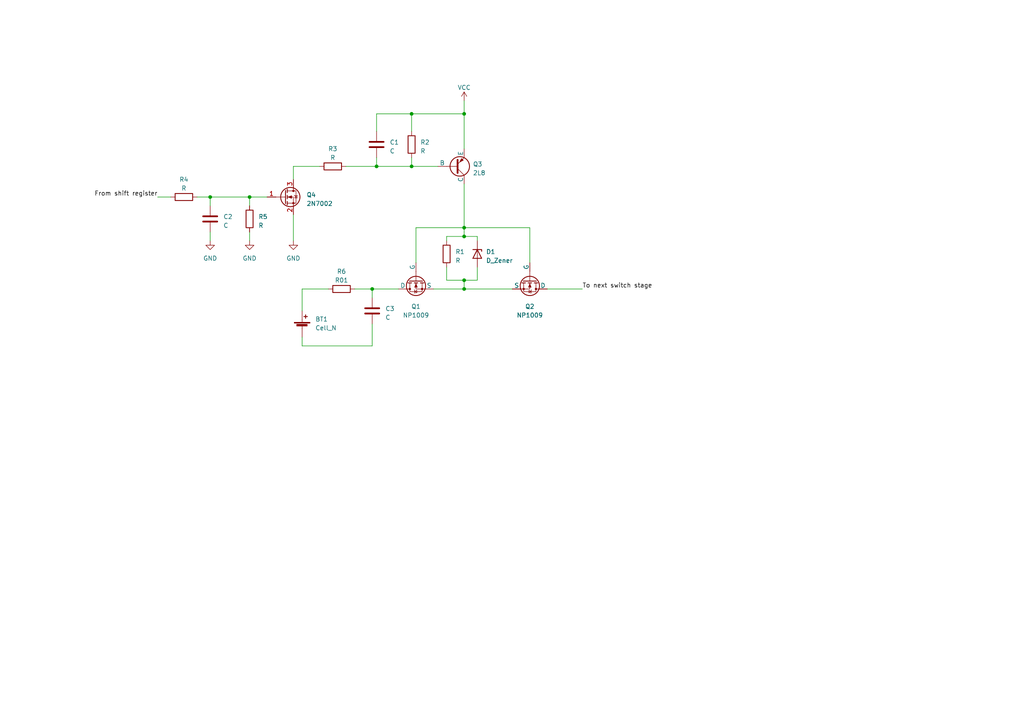
<source format=kicad_sch>
(kicad_sch (version 20230121) (generator eeschema)
  (paper "A4")
  (lib_symbols
    (symbol "Device:Battery_Cell" (pin_numbers hide) (pin_names (offset 0) hide)
      (property "Reference" "BT" (at 2.54 2.54 0))
      (property "Value" "Battery_Cell" (at 2.54 0 0))
      (symbol "Battery_Cell_0_1"
        (rectangle (start -2.286 1.778) (end 2.286 1.524) (fill (type outline)))
        (rectangle (start -1.5748 1.1938) (end 1.4732 0.6858) (fill (type outline)))
        (polyline (pts (xy 0 0.762) (xy 0 0)))
        (polyline (pts (xy 0 1.778) (xy 0 2.54)))
        (polyline (pts (xy 0.508 3.429) (xy 1.524 3.429)) (stroke (width 0.254)))
        (polyline (pts (xy 1.016 3.937) (xy 1.016 2.921)) (stroke (width 0.254)))
      )
      (symbol "Battery_Cell_1_1"
        (pin passive line (at 0 5.08 270) (length 2.54) (name "+") (number "1"))
        (pin passive line (at 0 -2.54 90) (length 2.54) (name "-") (number "2"))
      )
    )
    (symbol "Device:C" (pin_numbers hide) (pin_names (offset 0.254))
      (property "Reference" "C" (at 0.635 2.54 0))
      (property "Value" "C" (at 0.635 -2.54 0))
      (symbol "C_0_1"
        (polyline (pts (xy -2.032 -0.762) (xy 2.032 -0.762)) (stroke (width 0.508)))
        (polyline (pts (xy -2.032 0.762) (xy 2.032 0.762)) (stroke (width 0.508)))
      )
      (symbol "C_1_1"
        (pin passive line (at 0 3.81 270) (length 2.794) (name "~") (number "1"))
        (pin passive line (at 0 -3.81 90) (length 2.794) (name "~") (number "2"))
      )
    )
    (symbol "Device:D_Zener" (pin_numbers hide) (pin_names (offset 1.016) hide)
      (property "Reference" "D" (at 0 2.54 0))
      (property "Value" "D_Zener" (at 0 -2.54 0))
      (symbol "D_Zener_0_1"
        (polyline (pts (xy 1.27 0) (xy -1.27 0)))
        (polyline (pts (xy -1.27 -1.27) (xy -1.27 1.27) (xy -0.762 1.27)) (stroke (width 0.254)))
        (polyline (pts (xy 1.27 -1.27) (xy 1.27 1.27) (xy -1.27 0) (xy 1.27 -1.27)) (stroke (width 0.254)))
      )
      (symbol "D_Zener_1_1"
        (pin passive line (at -3.81 0 0) (length 2.54) (name "K") (number "1"))
        (pin passive line (at 3.81 0 180) (length 2.54) (name "A") (number "2"))
      )
    )
    (symbol "Device:R" (pin_numbers hide) (pin_names (offset 0))
      (property "Reference" "R" (at 2.032 0 90))
      (property "Value" "R" (at 0 0 90))
      (symbol "R_0_1"
        (rectangle (start -1.016 -2.54) (end 1.016 2.54) (stroke (width 0.254)))
      )
      (symbol "R_1_1"
        (pin passive line (at 0 3.81 270) (length 1.27) (name "~") (number "1"))
        (pin passive line (at 0 -3.81 90) (length 1.27) (name "~") (number "2"))
      )
    )
    (symbol "Simulation_SPICE:NMOS" (pin_numbers hide) (pin_names (offset 0))
      (property "Reference" "Q" (at 5.08 1.27 0))
      (property "Value" "NMOS" (at 5.08 -1.27 0))
      (symbol "NMOS_0_1"
        (polyline (pts (xy 0.254 0) (xy -2.54 0)))
        (polyline (pts (xy 0.254 1.905) (xy 0.254 -1.905)) (stroke (width 0.254)))
        (polyline (pts (xy 0.762 -1.27) (xy 0.762 -2.286)) (stroke (width 0.254)))
        (polyline (pts (xy 0.762 0.508) (xy 0.762 -0.508)) (stroke (width 0.254)))
        (polyline (pts (xy 0.762 2.286) (xy 0.762 1.27)) (stroke (width 0.254)))
        (polyline (pts (xy 2.54 2.54) (xy 2.54 1.778)))
        (polyline (pts (xy 2.54 -2.54) (xy 2.54 0) (xy 0.762 0)))
        (polyline (pts (xy 0.762 -1.778) (xy 3.302 -1.778) (xy 3.302 1.778) (xy 0.762 1.778)))
        (polyline (pts (xy 1.016 0) (xy 2.032 0.381) (xy 2.032 -0.381) (xy 1.016 0)) (fill (type outline)))
        (polyline (pts (xy 2.794 0.508) (xy 2.921 0.381) (xy 3.683 0.381) (xy 3.81 0.254)))
        (polyline (pts (xy 3.302 0.381) (xy 2.921 -0.254) (xy 3.683 -0.254) (xy 3.302 0.381)))
        (circle (center 1.651 0) (radius 2.794) (stroke (width 0.254)))
        (circle (center 2.54 -1.778) (radius 0.254) (fill (type outline)))
        (circle (center 2.54 1.778) (radius 0.254) (fill (type outline)))
      )
      (symbol "NMOS_1_1"
        (pin passive line (at 2.54 5.08 270) (length 2.54) (name "D") (number "1"))
        (pin input line (at -5.08 0 0) (length 2.54) (name "G") (number "2"))
        (pin passive line (at 2.54 -5.08 90) (length 2.54) (name "S") (number "3"))
      )
    )
    (symbol "Simulation_SPICE:PNP" (pin_numbers hide) (pin_names (offset 0))
      (property "Reference" "Q" (at -2.54 7.62 0))
      (property "Value" "PNP" (at -2.54 5.08 0))
      (symbol "PNP_0_1"
        (polyline (pts (xy -2.54 0) (xy 0.635 0)) (stroke (width 0.1524)))
        (polyline (pts (xy 0.635 0.635) (xy 2.54 2.54)))
        (polyline (pts (xy 0.635 -0.635) (xy 2.54 -2.54) (xy 2.54 -2.54)))
        (polyline (pts (xy 0.635 1.905) (xy 0.635 -1.905) (xy 0.635 -1.905)) (stroke (width 0.508)))
        (polyline (pts (xy 2.286 -1.778) (xy 1.778 -2.286) (xy 1.27 -1.27) (xy 2.286 -1.778) (xy 2.286 -1.778)) (fill (type outline)))
        (circle (center 1.27 0) (radius 2.8194) (stroke (width 0.254)))
      )
      (symbol "PNP_1_1"
        (pin open_collector line (at 2.54 5.08 270) (length 2.54) (name "C") (number "1"))
        (pin input line (at -5.08 0 0) (length 2.54) (name "B") (number "2"))
        (pin open_emitter line (at 2.54 -5.08 90) (length 2.54) (name "E") (number "3"))
      )
    )
    (symbol "Transistor_FET:2N7002" (pin_names hide)
      (property "Reference" "Q" (at 5.08 1.905 0))
      (property "Value" "2N7002" (at 5.08 0 0))
      (symbol "2N7002_0_1"
        (polyline (pts (xy 0.254 0) (xy -2.54 0)))
        (polyline (pts (xy 0.254 1.905) (xy 0.254 -1.905)) (stroke (width 0.254)))
        (polyline (pts (xy 0.762 -1.27) (xy 0.762 -2.286)) (stroke (width 0.254)))
        (polyline (pts (xy 0.762 0.508) (xy 0.762 -0.508)) (stroke (width 0.254)))
        (polyline (pts (xy 0.762 2.286) (xy 0.762 1.27)) (stroke (width 0.254)))
        (polyline (pts (xy 2.54 2.54) (xy 2.54 1.778)))
        (polyline (pts (xy 2.54 -2.54) (xy 2.54 0) (xy 0.762 0)))
        (polyline (pts (xy 0.762 -1.778) (xy 3.302 -1.778) (xy 3.302 1.778) (xy 0.762 1.778)))
        (polyline (pts (xy 1.016 0) (xy 2.032 0.381) (xy 2.032 -0.381) (xy 1.016 0)) (fill (type outline)))
        (polyline (pts (xy 2.794 0.508) (xy 2.921 0.381) (xy 3.683 0.381) (xy 3.81 0.254)))
        (polyline (pts (xy 3.302 0.381) (xy 2.921 -0.254) (xy 3.683 -0.254) (xy 3.302 0.381)))
        (circle (center 1.651 0) (radius 2.794) (stroke (width 0.254)))
        (circle (center 2.54 -1.778) (radius 0.254) (fill (type outline)))
        (circle (center 2.54 1.778) (radius 0.254) (fill (type outline)))
      )
      (symbol "2N7002_1_1"
        (pin input line (at -5.08 0 0) (length 2.54) (name "G") (number "1"))
        (pin passive line (at 2.54 -5.08 90) (length 2.54) (name "S") (number "2"))
        (pin passive line (at 2.54 5.08 270) (length 2.54) (name "D") (number "3"))
      )
    )
    (symbol "power:GND" (power) (pin_names (offset 0))
      (property "Value" "GND" (at 0 -3.81 0))
      (symbol "GND_0_1"
        (polyline (pts (xy 0 0) (xy 0 -1.27) (xy 1.27 -1.27) (xy 0 -2.54) (xy -1.27 -1.27) (xy 0 -1.27)))
      )
      (symbol "GND_1_1"
        (pin power_in line (at 0 0 270) (length 0) hide (name "GND") (number "1"))
      )
    )
    (symbol "power:VCC" (power) (pin_names (offset 0))
      (property "Value" "VCC" (at 0 3.81 0))
      (symbol "VCC_0_1"
        (polyline (pts (xy -0.762 1.27) (xy 0 2.54)))
        (polyline (pts (xy 0 0) (xy 0 2.54)))
        (polyline (pts (xy 0 2.54) (xy 0.762 1.27)))
      )
      (symbol "VCC_1_1"
        (pin power_in line (at 0 0 90) (length 0) hide (name "VCC") (number "1"))
      )
    )
  )
  (junction (at 60.96 57.15))
  (junction (at 109.22 48.26))
  (junction (at 119.38 48.26))
  (junction (at 72.39 57.15))
  (junction (at 134.62 83.82))
  (junction (at 134.62 81.28))
  (junction (at 134.62 66.04))
  (junction (at 119.38 33.02))
  (junction (at 134.62 33.02))
  (junction (at 134.62 68.58))
  (junction (at 107.95 83.82))
  (wire (pts (xy 60.96 57.15) (xy 72.39 57.15)))
  (wire (pts (xy 92.71 48.26) (xy 85.09 48.26)))
  (wire (pts (xy 134.62 29.21) (xy 134.62 33.02)))
  (wire (pts (xy 119.38 45.72) (xy 119.38 48.26)))
  (wire (pts (xy 107.95 83.82) (xy 107.95 86.36)))
  (wire (pts (xy 100.33 48.26) (xy 109.22 48.26)))
  (wire (pts (xy 134.62 68.58) (xy 138.43 68.58)))
  (wire (pts (xy 138.43 68.58) (xy 138.43 69.85)))
  (wire (pts (xy 129.54 81.28) (xy 129.54 77.47)))
  (wire (pts (xy 134.62 83.82) (xy 148.59 83.82)))
  (wire (pts (xy 158.75 83.82) (xy 168.91 83.82)))
  (wire (pts (xy 119.38 33.02) (xy 134.62 33.02)))
  (wire (pts (xy 87.63 100.33) (xy 87.63 97.79)))
  (wire (pts (xy 85.09 48.26) (xy 85.09 52.07)))
  (wire (pts (xy 57.15 57.15) (xy 60.96 57.15)))
  (wire (pts (xy 120.65 66.04) (xy 134.62 66.04)))
  (wire (pts (xy 72.39 57.15) (xy 77.47 57.15)))
  (wire (pts (xy 138.43 77.47) (xy 138.43 81.28)))
  (wire (pts (xy 129.54 69.85) (xy 129.54 68.58)))
  (wire (pts (xy 72.39 67.31) (xy 72.39 69.85)))
  (wire (pts (xy 87.63 90.17) (xy 87.63 83.82)))
  (wire (pts (xy 134.62 66.04) (xy 153.67 66.04)))
  (wire (pts (xy 134.62 81.28) (xy 129.54 81.28)))
  (wire (pts (xy 134.62 43.18) (xy 134.62 33.02)))
  (wire (pts (xy 45.72 57.15) (xy 49.53 57.15)))
  (wire (pts (xy 109.22 33.02) (xy 119.38 33.02)))
  (wire (pts (xy 72.39 57.15) (xy 72.39 59.69)))
  (wire (pts (xy 125.73 83.82) (xy 134.62 83.82)))
  (wire (pts (xy 60.96 67.31) (xy 60.96 69.85)))
  (wire (pts (xy 107.95 100.33) (xy 87.63 100.33)))
  (wire (pts (xy 134.62 53.34) (xy 134.62 66.04)))
  (wire (pts (xy 119.38 48.26) (xy 127 48.26)))
  (wire (pts (xy 120.65 76.2) (xy 120.65 66.04)))
  (wire (pts (xy 107.95 83.82) (xy 115.57 83.82)))
  (wire (pts (xy 109.22 33.02) (xy 109.22 38.1)))
  (wire (pts (xy 107.95 93.98) (xy 107.95 100.33)))
  (wire (pts (xy 85.09 62.23) (xy 85.09 69.85)))
  (wire (pts (xy 138.43 81.28) (xy 134.62 81.28)))
  (wire (pts (xy 87.63 83.82) (xy 95.25 83.82)))
  (wire (pts (xy 119.38 38.1) (xy 119.38 33.02)))
  (wire (pts (xy 109.22 48.26) (xy 109.22 45.72)))
  (wire (pts (xy 129.54 68.58) (xy 134.62 68.58)))
  (wire (pts (xy 60.96 57.15) (xy 60.96 59.69)))
  (wire (pts (xy 134.62 81.28) (xy 134.62 83.82)))
  (wire (pts (xy 102.87 83.82) (xy 107.95 83.82)))
  (wire (pts (xy 109.22 48.26) (xy 119.38 48.26)))
  (wire (pts (xy 134.62 68.58) (xy 134.62 66.04)))
  (wire (pts (xy 153.67 66.04) (xy 153.67 76.2)))
  (label "From shift register" (at 45.72 57.15 180))
  (label "To next switch stage" (at 168.91 83.82 0))
  (symbol (lib_id "Simulation_SPICE:NMOS") (at 120.65 81.28 90) (mirror x) (unit 1)
    (property "Reference" "Q1" (at 120.65 88.9 90))
    (property "Value" "NP1009" (at 120.65 91.44 90))
    (property "Datasheet" "https://ngspice.sourceforge.io/docs/ngspice-manual.pdf" (effects hide))
    (property "Sim.Device" "NMOS" (effects hide))
    (property "Sim.Type" "VDMOS" (effects hide))
    (property "Sim.Pins" "1=D 2=G 3=S" (effects hide))
  )
  (symbol (lib_id "Device:C") (at 107.95 90.17 0) (unit 1)
    (property "Reference" "C3" (at 111.76 89.535 0) (effects (justify left)))
    (property "Value" "C" (at 111.76 92.075 0) (effects (justify left)))
  )
  (symbol (lib_id "Device:R") (at 119.38 41.91 0) (unit 1)
    (property "Reference" "R2" (at 121.92 41.275 0) (effects (justify left)))
    (property "Value" "R" (at 121.92 43.815 0) (effects (justify left)))
  )
  (symbol (lib_id "Device:Battery_Cell") (at 87.63 95.25 0) (unit 1)
    (property "Reference" "BT1" (at 91.44 92.583 0) (effects (justify left)))
    (property "Value" "Cell_N" (at 91.44 95.123 0) (effects (justify left)))
  )
  (symbol (lib_id "power:GND") (at 72.39 69.85 0) (unit 1)
    (property "Reference" "#PWR03" (effects hide))
    (property "Value" "GND" (at 72.39 74.93 0))
  )
  (symbol (lib_id "Device:R") (at 99.06 83.82 90) (unit 1)
    (property "Reference" "R6" (at 99.06 78.74 90))
    (property "Value" "R01" (at 99.06 81.28 90))
  )
  (symbol (lib_id "power:GND") (at 85.09 69.85 0) (unit 1)
    (property "Reference" "#PWR02" (effects hide))
    (property "Value" "GND" (at 85.09 74.93 0))
  )
  (symbol (lib_id "Device:R") (at 53.34 57.15 90) (unit 1)
    (property "Reference" "R4" (at 53.34 52.07 90))
    (property "Value" "R" (at 53.34 54.61 90))
  )
  (symbol (lib_id "Simulation_SPICE:PNP") (at 132.08 48.26 0) (mirror x) (unit 1)
    (property "Reference" "Q3" (at 137.16 47.625 0) (effects (justify left)))
    (property "Value" "2L8" (at 137.16 50.165 0) (effects (justify left)))
    (property "Sim.Device" "PNP" (effects hide))
    (property "Sim.Type" "GUMMELPOON" (effects hide))
    (property "Sim.Pins" "1=C 2=B 3=E" (effects hide))
  )
  (symbol (lib_id "Transistor_FET:2N7002") (at 82.55 57.15 0) (unit 1)
    (property "Reference" "Q4" (at 88.9 56.515 0) (effects (justify left)))
    (property "Value" "2N7002" (at 88.9 59.055 0) (effects (justify left)))
    (property "Footprint" "Package_TO_SOT_SMD:SOT-23" (effects hide))
    (property "Datasheet" "https://www.onsemi.com/pub/Collateral/NDS7002A-D.PDF" (effects hide))
  )
  (symbol (lib_id "Device:C") (at 109.22 41.91 0) (unit 1)
    (property "Reference" "C1" (at 113.03 41.275 0) (effects (justify left)))
    (property "Value" "C" (at 113.03 43.815 0) (effects (justify left)))
  )
  (symbol (lib_id "Device:R") (at 96.52 48.26 90) (unit 1)
    (property "Reference" "R3" (at 96.52 43.18 90))
    (property "Value" "R" (at 96.52 45.72 90))
  )
  (symbol (lib_id "Device:R") (at 72.39 63.5 0) (unit 1)
    (property "Reference" "R5" (at 74.93 62.865 0) (effects (justify left)))
    (property "Value" "R" (at 74.93 65.405 0) (effects (justify left)))
  )
  (symbol (lib_id "Simulation_SPICE:NMOS") (at 153.67 81.28 270) (unit 1)
    (property "Reference" "Q2" (at 153.67 88.9 90))
    (property "Value" "NP1009" (at 153.67 91.44 90))
    (property "Datasheet" "https://ngspice.sourceforge.io/docs/ngspice-manual.pdf" (effects hide))
    (property "Sim.Device" "NMOS" (effects hide))
    (property "Sim.Type" "VDMOS" (effects hide))
    (property "Sim.Pins" "1=D 2=G 3=S" (effects hide))
  )
  (symbol (lib_id "Device:D_Zener") (at 138.43 73.66 270) (unit 1)
    (property "Reference" "D1" (at 140.97 73.025 90) (effects (justify left)))
    (property "Value" "D_Zener" (at 140.97 75.565 90) (effects (justify left)))
  )
  (symbol (lib_id "power:VCC") (at 134.62 29.21 0) (unit 1)
    (property "Reference" "#PWR01" (effects hide))
    (property "Value" "VCC" (at 134.62 25.4 0))
  )
  (symbol (lib_id "Device:R") (at 129.54 73.66 0) (unit 1)
    (property "Reference" "R1" (at 132.08 73.025 0) (effects (justify left)))
    (property "Value" "R" (at 132.08 75.565 0) (effects (justify left)))
  )
  (symbol (lib_id "power:GND") (at 60.96 69.85 0) (unit 1)
    (property "Reference" "#PWR04" (effects hide))
    (property "Value" "GND" (at 60.96 74.93 0))
  )
  (symbol (lib_id "Device:C") (at 60.96 63.5 0) (unit 1)
    (property "Reference" "C2" (at 64.77 62.865 0) (effects (justify left)))
    (property "Value" "C" (at 64.77 65.405 0) (effects (justify left)))
  )
)
</source>
